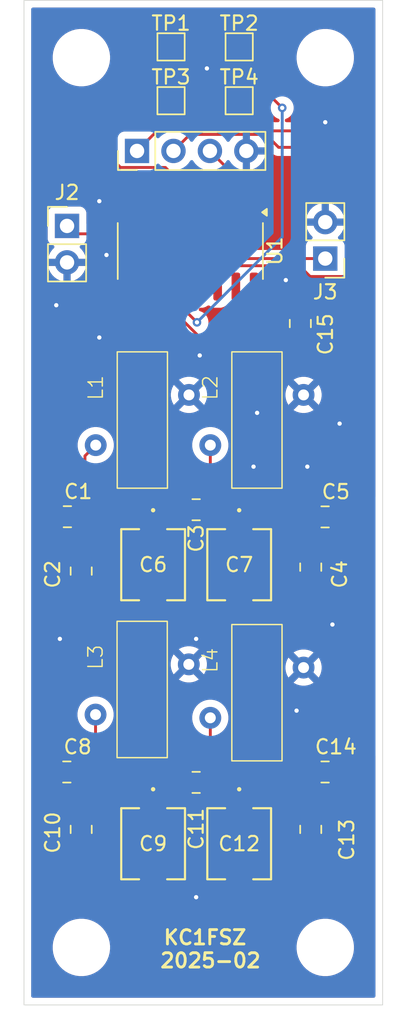
<source format=kicad_pcb>
(kicad_pcb (version 20241229) (generator "pcbnew") (generator_version "9.0")
  (layers (0 "F.Cu" signal) (2 "B.Cu" signal) (13 "F.Paste" user) (15 "B.Paste" user) (5 "F.SilkS" user "F.Silkscreen") (7 "B.SilkS" user "B.Silkscreen") (1 "F.Mask" user) (3 "B.Mask" user) (25 "Edge.Cuts" user))
  (net 0 "")
  (net 1 "BAND0_I")
  (net 2 "Net-(C1-Pad2)")
  (net 3 "GND")
  (net 4 "Net-(C3-Pad1)")
  (net 5 "BAND0_O")
  (net 6 "BAND1_I")
  (net 7 "Net-(C10-Pad2)")
  (net 8 "Net-(C11-Pad1)")
  (net 9 "BAND1_O")
  (net 10 "+5V")
  (net 11 "BPF_S0")
  (net 12 "BPF_S1")
  (net 13 "BPF_I")
  (net 14 "BPF_O")
  (net 15 "BAND2_I")
  (net 16 "BAND2_O")
  (footprint "bruce-footprints:C_0805_2012Metric_HandSolder" (layer "F.Cu") (at 182.9875 79 90)
    (property "Reference" "C4" (at -0.5 2.0125 90) (layer "F.SilkS"))
    (property "Value" "260p")
    (fp_line (start -0.261252 -0.735) (end 0.261252 -0.735) (stroke (width 0.12)) (layer "F.SilkS"))
    (fp_line (start -0.261252 0.735) (end 0.261252 0.735) (stroke (width 0.12)) (layer "F.SilkS"))
    (pad "1" smd roundrect (at -1.225 0.0125 90) (size 1.55 1.475) (layers "F.Cu" "F.Mask" "F.Paste") (roundrect_rratio 0.212766) (net 3 "GND"))
    (pad "2" smd roundrect (at 1.225 0.0125 90) (size 1.55 1.475) (layers "F.Cu" "F.Mask" "F.Paste") (roundrect_rratio 0.212766) (net 4 "Net-(C3-Pad1)"))
  )
  (footprint "Connector_PinHeader_2.54mm:PinHeader_1x04_P2.54mm_Vertical" (layer "F.Cu") (at 170.88 50 90)
    (property "Reference" "J1" (hide yes))
    (property "Value" "Conn_01x04")
    (fp_line (start -1.33 -1.33) (end 0 -1.33) (stroke (width 0.12)) (layer "F.SilkS"))
    (fp_line (start -1.33 0) (end -1.33 -1.33) (stroke (width 0.12)) (layer "F.SilkS"))
    (fp_line (start 1.33 1.27) (end 1.33 8.95) (stroke (width 0.12)) (layer "F.SilkS"))
    (fp_line (start -1.33 1.27) (end 1.33 1.27) (stroke (width 0.12)) (layer "F.SilkS"))
    (fp_line (start -1.33 1.27) (end -1.33 8.95) (stroke (width 0.12)) (layer "F.SilkS"))
    (fp_line (start -1.33 8.95) (end 1.33 8.95) (stroke (width 0.12)) (layer "F.SilkS"))
    (pad "1" thru_hole rect (at 0 0 90) (size 1.7 1.7) (drill 1) (layers "*.Cu" "*.Mask") (net 10 "+5V"))
    (pad "2" thru_hole oval (at 0 2.54 90) (size 1.7 1.7) (drill 1) (layers "*.Cu" "*.Mask") (net 11 "BPF_S0"))
    (pad "3" thru_hole oval (at 0 5.08 90) (size 1.7 1.7) (drill 1) (layers "*.Cu" "*.Mask") (net 12 "BPF_S1"))
    (pad "4" thru_hole oval (at 0 7.62 90) (size 1.7 1.7) (drill 1) (layers "*.Cu" "*.Mask") (net 3 "GND"))
  )
  (footprint "Connector_PinHeader_2.54mm:PinHeader_1x02_P2.54mm_Vertical" (layer "F.Cu") (at 184 57.5 180)
    (property "Reference" "J3" (at 0 -2.33 0) (layer "F.SilkS"))
    (property "Value" "Conn_01x02")
    (fp_line (start 1.33 1.27) (end 1.33 3.87) (stroke (width 0.12)) (layer "F.SilkS"))
    (fp_line (start -1.33 3.87) (end 1.33 3.87) (stroke (width 0.12)) (layer "F.SilkS"))
    (fp_line (start -1.33 1.27) (end 1.33 1.27) (stroke (width 0.12)) (layer "F.SilkS"))
    (fp_line (start -1.33 1.27) (end -1.33 3.87) (stroke (width 0.12)) (layer "F.SilkS"))
    (fp_line (start -1.33 0) (end -1.33 -1.33) (stroke (width 0.12)) (layer "F.SilkS"))
    (fp_line (start -1.33 -1.33) (end 0 -1.33) (stroke (width 0.12)) (layer "F.SilkS"))
    (pad "1" thru_hole rect (at 0 0 180) (size 1.7 1.7) (drill 1) (layers "*.Cu" "*.Mask") (net 14 "BPF_O"))
    (pad "2" thru_hole oval (at 0 2.54 180) (size 1.7 1.7) (drill 1) (layers "*.Cu" "*.Mask") (net 3 "GND"))
  )
  (footprint "TestPoint:TestPoint_Pad_1.5x1.5mm" (layer "F.Cu") (at 178 42.75)
    (property "Reference" "TP2" (at 0 -1.648 0) (layer "F.SilkS"))
    (property "Value" "TestPoint")
    (fp_line (start -0.95 -0.95) (end 0.95 -0.95) (stroke (width 0.12)) (layer "F.SilkS"))
    (fp_line (start -0.95 0.95) (end -0.95 -0.95) (stroke (width 0.12)) (layer "F.SilkS"))
    (fp_line (start 0.95 -0.95) (end 0.95 0.95) (stroke (width 0.12)) (layer "F.SilkS"))
    (fp_line (start 0.95 0.95) (end -0.95 0.95) (stroke (width 0.12)) (layer "F.SilkS"))
    (pad "1" smd rect (at 0 0) (size 1.5 1.5) (layers "F.Cu" "F.Mask") (net 16 "BAND2_O"))
  )
  (footprint "Connector_PinHeader_2.54mm:PinHeader_1x02_P2.54mm_Vertical" (layer "F.Cu") (at 166 55.225)
    (property "Reference" "J2" (at 0 -2.33 0) (layer "F.SilkS"))
    (property "Value" "Conn_01x02")
    (fp_line (start -1.33 -1.33) (end 0 -1.33) (stroke (width 0.12)) (layer "F.SilkS"))
    (fp_line (start -1.33 0) (end -1.33 -1.33) (stroke (width 0.12)) (layer "F.SilkS"))
    (fp_line (start -1.33 1.27) (end -1.33 3.87) (stroke (width 0.12)) (layer "F.SilkS"))
    (fp_line (start -1.33 1.27) (end 1.33 1.27) (stroke (width 0.12)) (layer "F.SilkS"))
    (fp_line (start -1.33 3.87) (end 1.33 3.87) (stroke (width 0.12)) (layer "F.SilkS"))
    (fp_line (start 1.33 1.27) (end 1.33 3.87) (stroke (width 0.12)) (layer "F.SilkS"))
    (pad "1" thru_hole rect (at 0 0) (size 1.7 1.7) (drill 1) (layers "*.Cu" "*.Mask") (net 13 "BPF_I"))
    (pad "2" thru_hole oval (at 0 2.54) (size 1.7 1.7) (drill 1) (layers "*.Cu" "*.Mask") (net 3 "GND"))
  )
  (footprint "TestPoint:TestPoint_Pad_1.5x1.5mm" (layer "F.Cu") (at 178 46.5)
    (property "Reference" "TP4" (at 0 -1.648 0) (layer "F.SilkS"))
    (property "Value" "TestPoint")
    (fp_line (start -0.95 -0.95) (end 0.95 -0.95) (stroke (width 0.12)) (layer "F.SilkS"))
    (fp_line (start -0.95 0.95) (end -0.95 -0.95) (stroke (width 0.12)) (layer "F.SilkS"))
    (fp_line (start 0.95 -0.95) (end 0.95 0.95) (stroke (width 0.12)) (layer "F.SilkS"))
    (fp_line (start 0.95 0.95) (end -0.95 0.95) (stroke (width 0.12)) (layer "F.SilkS"))
    (pad "1" smd rect (at 0 0) (size 1.5 1.5) (layers "F.Cu" "F.Mask") (net 3 "GND"))
  )
  (footprint "bruce-footprints:VCAP_GKG30086-05_SGM-L" (layer "F.Cu") (at 172 98.275 -90)
    (property "Reference" "C9" (at 0 0 0) (layer "F.SilkS"))
    (property "Value" "C_Variable")
    (fp_line (start -2.4765 2.2225) (end 2.4765 2.2225) (stroke (width 0.1524)) (layer "F.SilkS"))
    (fp_line (start 2.4765 2.2225) (end 2.4765 0.98044) (stroke (width 0.1524)) (layer "F.SilkS"))
    (fp_line (start -2.4765 0.98044) (end -2.4765 2.2225) (stroke (width 0.1524)) (layer "F.SilkS"))
    (fp_line (start 2.4765 -0.98044) (end 2.4765 -2.2225) (stroke (width 0.1524)) (layer "F.SilkS"))
    (fp_line (start -2.4765 -2.2225) (end -2.4765 -0.98044) (stroke (width 0.1524)) (layer "F.SilkS"))
    (fp_line (start 2.4765 -2.2225) (end -2.4765 -2.2225) (stroke (width 0.1524)) (layer "F.SilkS"))
    (fp_circle (center -3.7973 0) (end -3.7211 0) (stroke (width 0.1524)) (fill no) (layer "F.SilkS"))
    (pad "1" smd rect (at -2.3322 0 270) (size 2.1644 1.2954) (layers "F.Cu" "F.Mask" "F.Paste") (net 7 "Net-(C10-Pad2)"))
    (pad "2" smd rect (at 2.16475 0 270) (size 2.1705 1.2954) (layers "F.Cu" "F.Mask" "F.Paste") (net 3 "GND"))
    (zone (net 0) (net_name "") (layer "F.Cu") (connect_pads (clearance 0)) (min_thickness 0.254)
      (keepout (tracks not_allowed) (vias not_allowed) (pads allowed) (copperpour not_allowed) (footprints allowed))
      (fill (thermal_gap 0.508) (thermal_bridge_width 0.508))
      (polygon (pts (xy 174.0447 97.2463) (xy 174.0447 99.3037) (xy 169.9553 99.3037) (xy 169.9553 97.2463)))
    )
  )
  (footprint "bruce-footprints:C_0805_2012Metric_HandSolder" (layer "F.Cu") (at 182.9875 97.275 90)
    (property "Reference" "C13" (at -0.725 2.5125 90) (layer "F.SilkS"))
    (property "Value" "150p")
    (fp_line (start -0.261252 -0.735) (end 0.261252 -0.735) (stroke (width 0.12)) (layer "F.SilkS"))
    (fp_line (start -0.261252 0.735) (end 0.261252 0.735) (stroke (width 0.12)) (layer "F.SilkS"))
    (pad "1" smd roundrect (at -1.225 0.0125 90) (size 1.55 1.475) (layers "F.Cu" "F.Mask" "F.Paste") (roundrect_rratio 0.212766) (net 3 "GND"))
    (pad "2" smd roundrect (at 1.225 0.0125 90) (size 1.55 1.475) (layers "F.Cu" "F.Mask" "F.Paste") (roundrect_rratio 0.212766) (net 8 "Net-(C11-Pad1)"))
  )
  (footprint "TestPoint:TestPoint_Pad_1.5x1.5mm" (layer "F.Cu") (at 173.25 46.5)
    (property "Reference" "TP3" (at 0 -1.648 0) (layer "F.SilkS"))
    (property "Value" "TestPoint")
    (fp_line (start -0.95 -0.95) (end 0.95 -0.95) (stroke (width 0.12)) (layer "F.SilkS"))
    (fp_line (start -0.95 0.95) (end -0.95 -0.95) (stroke (width 0.12)) (layer "F.SilkS"))
    (fp_line (start 0.95 -0.95) (end 0.95 0.95) (stroke (width 0.12)) (layer "F.SilkS"))
    (fp_line (start 0.95 0.95) (end -0.95 0.95) (stroke (width 0.12)) (layer "F.SilkS"))
    (pad "1" smd rect (at 0 0) (size 1.5 1.5) (layers "F.Cu" "F.Mask") (net 3 "GND"))
  )
  (footprint "MountingHole:MountingHole_3.5mm" (layer "F.Cu") (at 167 43.5)
    (property "Reference" "H1" (hide yes))
    (property "Value" "MountingHole")
    (pad "" np_thru_hole circle (at 0 0) (size 3.5 3.5) (drill 3.5) (layers "*.Cu" "*.Mask"))
  )
  (footprint "bruce-footprints:C_0805_2012Metric_HandSolder" (layer "F.Cu") (at 166.9875 97.275 90)
    (property "Reference" "C10" (at -0.225 -1.9875 90) (layer "F.SilkS"))
    (property "Value" "150p")
    (fp_line (start -0.261252 -0.735) (end 0.261252 -0.735) (stroke (width 0.12)) (layer "F.SilkS"))
    (fp_line (start -0.261252 0.735) (end 0.261252 0.735) (stroke (width 0.12)) (layer "F.SilkS"))
    (pad "1" smd roundrect (at -1.225 0.0125 90) (size 1.55 1.475) (layers "F.Cu" "F.Mask" "F.Paste") (roundrect_rratio 0.212766) (net 3 "GND"))
    (pad "2" smd roundrect (at 1.225 0.0125 90) (size 1.55 1.475) (layers "F.Cu" "F.Mask" "F.Paste") (roundrect_rratio 0.212766) (net 7 "Net-(C10-Pad2)"))
  )
  (footprint "Package_SO:SOIC-16_3.9x9.9mm_P1.27mm" (layer "F.Cu") (at 174.595 56.975 -90)
    (property "Reference" "U1" (at 0 -5.9 90) (layer "F.SilkS"))
    (property "Value" "SN74CBT3253")
    (fp_line (start 0 5.06) (end -1.95 5.06) (stroke (width 0.12)) (layer "F.SilkS"))
    (fp_line (start 0 5.06) (end 1.95 5.06) (stroke (width 0.12)) (layer "F.SilkS"))
    (fp_line (start 0 -5.06) (end -1.95 -5.06) (stroke (width 0.12)) (layer "F.SilkS"))
    (fp_line (start 0 -5.06) (end 1.95 -5.06) (stroke (width 0.12)) (layer "F.SilkS"))
    (fp_poly (pts (xy -2.7 -5.005) (xy -2.94 -5.335) (xy -2.46 -5.335) (xy -2.7 -5.005)) (stroke (width 0.12)) (fill yes) (layer "F.SilkS"))
    (pad "1" smd roundrect (at -2.475 -4.445 270) (size 1.95 0.6) (layers "F.Cu" "F.Mask" "F.Paste") (net 3 "GND"))
    (pad "2" smd roundrect (at -2.475 -3.175 270) (size 1.95 0.6) (layers "F.Cu" "F.Mask" "F.Paste") (net 12 "BPF_S1"))
    (pad "3" smd roundrect (at -2.475 -1.905 270) (size 1.95 0.6) (layers "F.Cu" "F.Mask" "F.Paste"))
    (pad "4" smd roundrect (at -2.475 -0.635 270) (size 1.95 0.6) (layers "F.Cu" "F.Mask" "F.Paste") (net 15 "BAND2_I"))
    (pad "5" smd roundrect (at -2.475 0.635 270) (size 1.95 0.6) (layers "F.Cu" "F.Mask" "F.Paste") (net 6 "BAND1_I"))
    (pad "6" smd roundrect (at -2.475 1.905 270) (size 1.95 0.6) (layers "F.Cu" "F.Mask" "F.Paste") (net 1 "BAND0_I"))
    (pad "7" smd roundrect (at -2.475 3.175 270) (size 1.95 0.6) (layers "F.Cu" "F.Mask" "F.Paste") (net 13 "BPF_I"))
    (pad "8" smd roundrect (at -2.475 4.445 270) (size 1.95 0.6) (layers "F.Cu" "F.Mask" "F.Paste") (net 3 "GND"))
    (pad "9" smd roundrect (at 2.475 4.445 270) (size 1.95 0.6) (layers "F.Cu" "F.Mask" "F.Paste") (net 14 "BPF_O"))
    (pad "10" smd roundrect (at 2.475 3.175 270) (size 1.95 0.6) (layers "F.Cu" "F.Mask" "F.Paste") (net 5 "BAND0_O"))
    (pad "11" smd roundrect (at 2.475 1.905 270) (size 1.95 0.6) (layers "F.Cu" "F.Mask" "F.Paste") (net 9 "BAND1_O"))
    (pad "12" smd roundrect (at 2.475 0.635 270) (size 1.95 0.6) (layers "F.Cu" "F.Mask" "F.Paste") (net 16 "BAND2_O"))
    (pad "13" smd roundrect (at 2.475 -0.635 270) (size 1.95 0.6) (layers "F.Cu" "F.Mask" "F.Paste"))
    (pad "14" smd roundrect (at 2.475 -1.905 270) (size 1.95 0.6) (layers "F.Cu" "F.Mask" "F.Paste") (net 11 "BPF_S0"))
    (pad "15" smd roundrect (at 2.475 -3.175 270) (size 1.95 0.6) (layers "F.Cu" "F.Mask" "F.Paste") (net 3 "GND"))
    (pad "16" smd roundrect (at 2.475 -4.445 270) (size 1.95 0.6) (layers "F.Cu" "F.Mask" "F.Paste") (net 10 "+5V"))
  )
  (footprint "bruce-footprints:C_0805_2012Metric_HandSolder" (layer "F.Cu") (at 183.9875 75.5)
    (property "Reference" "C5" (at 0.75 -1.75 0) (layer "F.SilkS"))
    (property "Value" "77p")
    (fp_line (start -0.261252 -0.735) (end 0.261252 -0.735) (stroke (width 0.12)) (layer "F.SilkS"))
    (fp_line (start -0.261252 0.735) (end 0.261252 0.735) (stroke (width 0.12)) (layer "F.SilkS"))
    (pad "1" smd roundrect (at -1.225 0.0125) (size 1.55 1.475) (layers "F.Cu" "F.Mask" "F.Paste") (roundrect_rratio 0.212766) (net 4 "Net-(C3-Pad1)"))
    (pad "2" smd roundrect (at 1.225 0.0125) (size 1.55 1.475) (layers "F.Cu" "F.Mask" "F.Paste") (roundrect_rratio 0.212766) (net 5 "BAND0_O"))
  )
  (footprint "bruce-footprints:FT37-43 Unifilar" (layer "F.Cu") (at 170.9875 87.275 90)
    (property "Reference" "L3" (at 2 -3 90) (layer "F.SilkS") (effects (font (thickness 0.1))))
    (property "Value" "1.4u")
    (fp_rect (start -5 -1.5) (end 4.5 2) (stroke (width 0.1)) (fill no) (layer "F.SilkS"))
    (pad "1" thru_hole circle (at -2 -3 90) (size 1.524 1.524) (drill 0.762) (layers "*.Cu" "*.Mask") (net 7 "Net-(C10-Pad2)"))
    (pad "2" thru_hole circle (at 1.5 3.5 90) (size 1.524 1.524) (drill 0.762) (layers "*.Cu" "*.Mask") (net 3 "GND"))
  )
  (footprint "bruce-footprints:VCAP_GKG30086-05_SGM-L" (layer "F.Cu") (at 178 98.275 -90)
    (property "Reference" "C12" (at 0 0 0) (layer "F.SilkS"))
    (property "Value" "C_Variable")
    (fp_line (start -2.4765 2.2225) (end 2.4765 2.2225) (stroke (width 0.1524)) (layer "F.SilkS"))
    (fp_line (start 2.4765 2.2225) (end 2.4765 0.98044) (stroke (width 0.1524)) (layer "F.SilkS"))
    (fp_line (start -2.4765 0.98044) (end -2.4765 2.2225) (stroke (width 0.1524)) (layer "F.SilkS"))
    (fp_line (start 2.4765 -0.98044) (end 2.4765 -2.2225) (stroke (width 0.1524)) (layer "F.SilkS"))
    (fp_line (start -2.4765 -2.2225) (end -2.4765 -0.98044) (stroke (width 0.1524)) (layer "F.SilkS"))
    (fp_line (start 2.4765 -2.2225) (end -2.4765 -2.2225) (stroke (width 0.1524)) (layer "F.SilkS"))
    (fp_circle (center -3.7973 0) (end -3.7211 0) (stroke (width 0.1524)) (fill no) (layer "F.SilkS"))
    (pad "1" smd rect (at -2.3322 0 270) (size 2.1644 1.2954) (layers "F.Cu" "F.Mask" "F.Paste") (net 8 "Net-(C11-Pad1)"))
    (pad "2" smd rect (at 2.16475 0 270) (size 2.1705 1.2954) (layers "F.Cu" "F.Mask" "F.Paste") (net 3 "GND"))
    (zone (net 0) (net_name "") (layer "F.Cu") (connect_pads (clearance 0)) (min_thickness 0.254)
      (keepout (tracks not_allowed) (vias not_allowed) (pads allowed) (copperpour not_allowed) (footprints allowed))
      (fill (thermal_gap 0.508) (thermal_bridge_width 0.508))
      (polygon (pts (xy 180.0447 97.2463) (xy 180.0447 99.3037) (xy 175.9553 99.3037) (xy 175.9553 97.2463)))
    )
  )
  (footprint "bruce-footprints:VCAP_GKG30086-05_SGM-L" (layer "F.Cu") (at 178 78.8322 -90)
    (property "Reference" "C7" (at 0 0 0) (layer "F.SilkS"))
    (property "Value" "C_Variable")
    (fp_line (start -2.4765 2.2225) (end 2.4765 2.2225) (stroke (width 0.1524)) (layer "F.SilkS"))
    (fp_line (start 2.4765 2.2225) (end 2.4765 0.98044) (stroke (width 0.1524)) (layer "F.SilkS"))
    (fp_line (start -2.4765 0.98044) (end -2.4765 2.2225) (stroke (width 0.1524)) (layer "F.SilkS"))
    (fp_line (start 2.4765 -0.98044) (end 2.4765 -2.2225) (stroke (width 0.1524)) (layer "F.SilkS"))
    (fp_line (start -2.4765 -2.2225) (end -2.4765 -0.98044) (stroke (width 0.1524)) (layer "F.SilkS"))
    (fp_line (start 2.4765 -2.2225) (end -2.4765 -2.2225) (stroke (width 0.1524)) (layer "F.SilkS"))
    (fp_circle (center -3.7973 0) (end -3.7211 0) (stroke (width 0.1524)) (fill no) (layer "F.SilkS"))
    (pad "1" smd rect (at -2.3322 0 270) (size 2.1644 1.2954) (layers "F.Cu" "F.Mask" "F.Paste") (net 4 "Net-(C3-Pad1)"))
    (pad "2" smd rect (at 2.16475 0 270) (size 2.1705 1.2954) (layers "F.Cu" "F.Mask" "F.Paste") (net 3 "GND"))
    (zone (net 0) (net_name "") (layer "F.Cu") (connect_pads (clearance 0)) (min_thickness 0.254)
      (keepout (tracks not_allowed) (vias not_allowed) (pads allowed) (copperpour not_allowed) (footprints allowed))
      (fill (thermal_gap 0.508) (thermal_bridge_width 0.508))
      (polygon (pts (xy 180.0447 77.8035) (xy 180.0447 79.8609) (xy 175.9553 79.8609) (xy 175.9553 77.8035)))
    )
  )
  (footprint "bruce-footprints:FT37-43 Unifilar" (layer "F.Cu") (at 178.9875 68.5 90)
    (property "Reference" "L2" (at 2 -3 90) (layer "F.SilkS") (effects (font (thickness 0.1))))
    (property "Value" "1.4u")
    (fp_rect (start -5 -1.5) (end 4.5 2) (stroke (width 0.1)) (fill no) (layer "F.SilkS"))
    (pad "1" thru_hole circle (at -2 -3 90) (size 1.524 1.524) (drill 0.762) (layers "*.Cu" "*.Mask") (net 4 "Net-(C3-Pad1)"))
    (pad "2" thru_hole circle (at 1.5 3.5 90) (size 1.524 1.524) (drill 0.762) (layers "*.Cu" "*.Mask") (net 3 "GND"))
  )
  (footprint "bruce-footprints:C_0805_2012Metric_HandSolder" (layer "F.Cu") (at 175 75 180)
    (property "Reference" "C3" (at 0 -2 90) (layer "F.SilkS"))
    (property "Value" "18p")
    (fp_line (start -0.261252 0.735) (end 0.261252 0.735) (stroke (width 0.12)) (layer "F.SilkS"))
    (fp_line (start -0.261252 -0.735) (end 0.261252 -0.735) (stroke (width 0.12)) (layer "F.SilkS"))
    (pad "1" smd roundrect (at -1.225 0.0125 180) (size 1.55 1.475) (layers "F.Cu" "F.Mask" "F.Paste") (roundrect_rratio 0.212766) (net 4 "Net-(C3-Pad1)"))
    (pad "2" smd roundrect (at 1.225 0.0125 180) (size 1.55 1.475) (layers "F.Cu" "F.Mask" "F.Paste") (roundrect_rratio 0.212766) (net 2 "Net-(C1-Pad2)"))
  )
  (footprint "bruce-footprints:VCAP_GKG30086-05_SGM-L" (layer "F.Cu") (at 172 78.8322 -90)
    (property "Reference" "C6" (at 0 0 0) (layer "F.SilkS"))
    (property "Value" "C_Variable")
    (fp_line (start -2.4765 2.2225) (end 2.4765 2.2225) (stroke (width 0.1524)) (layer "F.SilkS"))
    (fp_line (start 2.4765 2.2225) (end 2.4765 0.98044) (stroke (width 0.1524)) (layer "F.SilkS"))
    (fp_line (start -2.4765 0.98044) (end -2.4765 2.2225) (stroke (width 0.1524)) (layer "F.SilkS"))
    (fp_line (start 2.4765 -0.98044) (end 2.4765 -2.2225) (stroke (width 0.1524)) (layer "F.SilkS"))
    (fp_line (start -2.4765 -2.2225) (end -2.4765 -0.98044) (stroke (width 0.1524)) (layer "F.SilkS"))
    (fp_line (start 2.4765 -2.2225) (end -2.4765 -2.2225) (stroke (width 0.1524)) (layer "F.SilkS"))
    (fp_circle (center -3.7973 0) (end -3.7211 0) (stroke (width 0.1524)) (fill no) (layer "F.SilkS"))
    (pad "1" smd rect (at -2.3322 0 270) (size 2.1644 1.2954) (layers "F.Cu" "F.Mask" "F.Paste") (net 2 "Net-(C1-Pad2)"))
    (pad "2" smd rect (at 2.16475 0 270) (size 2.1705 1.2954) (layers "F.Cu" "F.Mask" "F.Paste") (net 3 "GND"))
    (zone (net 0) (net_name "") (layer "F.Cu") (connect_pads (clearance 0)) (min_thickness 0.254)
      (keepout (tracks not_allowed) (vias not_allowed) (pads allowed) (copperpour not_allowed) (footprints allowed))
      (fill (thermal_gap 0.508) (thermal_bridge_width 0.508))
      (polygon (pts (xy 174.0447 77.8035) (xy 174.0447 79.8609) (xy 169.9553 79.8609) (xy 169.9553 77.8035)))
    )
  )
  (footprint "bruce-footprints:C_0805_2012Metric_HandSolder" (layer "F.Cu") (at 165.9875 93.275)
    (property "Reference" "C8" (at 0.75 -1.75 0) (layer "F.SilkS"))
    (property "Value" "26p")
    (fp_line (start -0.261252 -0.735) (end 0.261252 -0.735) (stroke (width 0.12)) (layer "F.SilkS"))
    (fp_line (start -0.261252 0.735) (end 0.261252 0.735) (stroke (width 0.12)) (layer "F.SilkS"))
    (pad "1" smd roundrect (at -1.225 0.0125) (size 1.55 1.475) (layers "F.Cu" "F.Mask" "F.Paste") (roundrect_rratio 0.212766) (net 6 "BAND1_I"))
    (pad "2" smd roundrect (at 1.225 0.0125) (size 1.55 1.475) (layers "F.Cu" "F.Mask" "F.Paste") (roundrect_rratio 0.212766) (net 7 "Net-(C10-Pad2)"))
  )
  (footprint "bruce-footprints:C_0805_2012Metric_HandSolder" (layer "F.Cu") (at 166.9875 79.275 90)
    (property "Reference" "C2" (at -0.225 -1.9875 90) (layer "F.SilkS"))
    (property "Value" "260p")
    (fp_line (start -0.261252 -0.735) (end 0.261252 -0.735) (stroke (width 0.12)) (layer "F.SilkS"))
    (fp_line (start -0.261252 0.735) (end 0.261252 0.735) (stroke (width 0.12)) (layer "F.SilkS"))
    (pad "1" smd roundrect (at -1.225 0.0125 90) (size 1.55 1.475) (layers "F.Cu" "F.Mask" "F.Paste") (roundrect_rratio 0.212766) (net 3 "GND"))
    (pad "2" smd roundrect (at 1.225 0.0125 90) (size 1.55 1.475) (layers "F.Cu" "F.Mask" "F.Paste") (roundrect_rratio 0.212766) (net 2 "Net-(C1-Pad2)"))
  )
  (footprint "bruce-footprints:C_0805_2012Metric_HandSolder" (layer "F.Cu") (at 166.025 75.4875)
    (property "Reference" "C1" (at 0.75 -1.75 0) (layer "F.SilkS"))
    (property "Value" "77p")
    (fp_line (start -0.261252 -0.735) (end 0.261252 -0.735) (stroke (width 0.12)) (layer "F.SilkS"))
    (fp_line (start -0.261252 0.735) (end 0.261252 0.735) (stroke (width 0.12)) (layer "F.SilkS"))
    (pad "1" smd roundrect (at -1.225 0.0125) (size 1.55 1.475) (layers "F.Cu" "F.Mask" "F.Paste") (roundrect_rratio 0.212766) (net 1 "BAND0_I"))
    (pad "2" smd roundrect (at 1.225 0.0125) (size 1.55 1.475) (layers "F.Cu" "F.Mask" "F.Paste") (roundrect_rratio 0.212766) (net 2 "Net-(C1-Pad2)"))
  )
  (footprint "bruce-footprints:C_0805_2012Metric_HandSolder" (layer "F.Cu") (at 182.2625 62.025 -90)
    (property "Reference" "C15" (at 0.75 -1.75 90) (layer "F.SilkS"))
    (property "Value" "0.1u")
    (fp_line (start -0.261252 0.735) (end 0.261252 0.735) (stroke (width 0.12)) (layer "F.SilkS"))
    (fp_line (start -0.261252 -0.735) (end 0.261252 -0.735) (stroke (width 0.12)) (layer "F.SilkS"))
    (pad "1" smd roundrect (at -1.225 0.0125 270) (size 1.55 1.475) (layers "F.Cu" "F.Mask" "F.Paste") (roundrect_rratio 0.212766) (net 10 "+5V"))
    (pad "2" smd roundrect (at 1.225 0.0125 270) (size 1.55 1.475) (layers "F.Cu" "F.Mask" "F.Paste") (roundrect_rratio 0.212766) (net 3 "GND"))
  )
  (footprint "TestPoint:TestPoint_Pad_1.5x1.5mm" (layer "F.Cu") (at 173.25 42.75)
    (property "Reference" "TP1" (at 0 -1.648 0) (layer "F.SilkS"))
    (property "Value" "TestPoint")
    (fp_line (start -0.95 -0.95) (end 0.95 -0.95) (stroke (width 0.12)) (layer "F.SilkS"))
    (fp_line (start -0.95 0.95) (end -0.95 -0.95) (stroke (width 0.12)) (layer "F.SilkS"))
    (fp_line (start 0.95 -0.95) (end 0.95 0.95) (stroke (width 0.12)) (layer "F.SilkS"))
    (fp_line (start 0.95 0.95) (end -0.95 0.95) (stroke (width 0.12)) (layer "F.SilkS"))
    (pad "1" smd rect (at 0 0) (size 1.5 1.5) (layers "F.Cu" "F.Mask") (net 15 "BAND2_I"))
  )
  (footprint "bruce-footprints:FT37-43 Unifilar" (layer "F.Cu") (at 171 68.5 90)
    (property "Reference" "L1" (at 2 -3 90) (layer "F.SilkS") (effects (font (thickness 0.1))))
    (property "Value" "1.4u")
    (fp_rect (start -5 -1.5) (end 4.5 2) (stroke (width 0.1)) (fill no) (layer "F.SilkS"))
    (pad "1" thru_hole circle (at -2 -3 90) (size 1.524 1.524) (drill 0.762) (layers "*.Cu" "*.Mask") (net 2 "Net-(C1-Pad2)"))
    (pad "2" thru_hole circle (at 1.5 3.5 90) (size 1.524 1.524) (drill 0.762) (layers "*.Cu" "*.Mask") (net 3 "GND"))
  )
  (footprint "bruce-footprints:C_0805_2012Metric_HandSolder" (layer "F.Cu") (at 183.9875 93.275)
    (property "Reference" "C14" (at 0.75 -1.75 0) (layer "F.SilkS"))
    (property "Value" "26p")
    (fp_line (start -0.261252 -0.735) (end 0.261252 -0.735) (stroke (width 0.12)) (layer "F.SilkS"))
    (fp_line (start -0.261252 0.735) (end 0.261252 0.735) (stroke (width 0.12)) (layer "F.SilkS"))
    (pad "1" smd roundrect (at -1.225 0.0125) (size 1.55 1.475) (layers "F.Cu" "F.Mask" "F.Paste") (roundrect_rratio 0.212766) (net 8 "Net-(C11-Pad1)"))
    (pad "2" smd roundrect (at 1.225 0.0125) (size 1.55 1.475) (layers "F.Cu" "F.Mask" "F.Paste") (roundrect_rratio 0.212766) (net 9 "BAND1_O"))
  )
  (footprint "MountingHole:MountingHole_3.5mm" (layer "F.Cu") (at 184 43.5)
    (property "Reference" "H2" (hide yes))
    (property "Value" "MountingHole")
    (pad "" np_thru_hole circle (at 0 0) (size 3.5 3.5) (drill 3.5) (layers "*.Cu" "*.Mask"))
  )
  (footprint "MountingHole:MountingHole_3.5mm" (layer "F.Cu") (at 167 105.5)
    (property "Reference" "H3" (hide yes))
    (property "Value" "MountingHole")
    (pad "" np_thru_hole circle (at 0 0) (size 3.5 3.5) (drill 3.5) (layers "*.Cu" "*.Mask"))
  )
  (footprint "bruce-footprints:C_0805_2012Metric_HandSolder" (layer "F.Cu") (at 175 94 180)
    (property "Reference" "C11" (at 0 -3.2463 90) (layer "F.SilkS"))
    (property "Value" "5p")
    (fp_line (start -0.261252 0.735) (end 0.261252 0.735) (stroke (width 0.12)) (layer "F.SilkS"))
    (fp_line (start -0.261252 -0.735) (end 0.261252 -0.735) (stroke (width 0.12)) (layer "F.SilkS"))
    (pad "1" smd roundrect (at -1.225 0.0125 180) (size 1.55 1.475) (layers "F.Cu" "F.Mask" "F.Paste") (roundrect_rratio 0.212766) (net 8 "Net-(C11-Pad1)"))
    (pad "2" smd roundrect (at 1.225 0.0125 180) (size 1.55 1.475) (layers "F.Cu" "F.Mask" "F.Paste") (roundrect_rratio 0.212766) (net 7 "Net-(C10-Pad2)"))
  )
  (footprint "bruce-footprints:FT37-43 Unifilar" (layer "F.Cu") (at 178.9875 87.5 90)
    (property "Reference" "L4" (at 2 -3 90) (layer "F.SilkS") (effects (font (thickness 0.1))))
    (property "Value" "1.4u")
    (fp_rect (start -5 -1.5) (end 4.5 2) (stroke (width 0.1)) (fill no) (layer "F.SilkS"))
    (pad "1" thru_hole circle (at -2 -3 90) (size 1.524 1.524) (drill 0.762) (layers "*.Cu" "*.Mask") (net 8 "Net-(C11-Pad1)"))
    (pad "2" thru_hole circle (at 1.5 3.5 90) (size 1.524 1.524) (drill 0.762) (layers "*.Cu" "*.Mask") (net 3 "GND"))
  )
  (footprint "MountingHole:MountingHole_3.5mm" (layer "F.Cu") (at 184 105.5)
    (property "Reference" "H4" (hide yes))
    (property "Value" "MountingHole")
    (pad "" np_thru_hole circle (at 0 0) (size 3.5 3.5) (drill 3.5) (layers "*.Cu" "*.Mask"))
  )
  (gr_rect (start 163 39.5075) (end 188 109.5075) (stroke (width 0.05)) (fill no) (layer "Edge.Cuts"))
  (gr_text "KC1FSZ \n2025-02" (at 176 107 0) (layer "F.SilkS") (effects (font (size 1 1) (thickness 0.2) (bold yes)) (justify bottom)))
  (segment (start 164.8 62.736968) (end 166.768484 60.768484) (width 0.2) (layer "F.Cu") (net 1))
  (segment (start 164.8 75.5) (end 164.8 62.736968) (width 0.2) (layer "F.Cu") (net 1))
  (segment (start 166.768484 60.768484) (end 172.69 54.846968) (width 0.2) (layer "F.Cu") (net 1))
  (segment (start 172.69 54.846968) (end 172.69 54.5) (width 0.2) (layer "F.Cu") (net 1))
  (segment (start 171 75.5) (end 172 76.5) (width 0.2) (layer "F.Cu") (net 2))
  (segment (start 167 76) (end 167 78.05) (width 0.2) (layer "F.Cu") (net 2))
  (segment (start 167.25 75.5) (end 171 75.5) (width 0.2) (layer "F.Cu") (net 2))
  (segment (start 172 76.5) (end 173.5125 74.9875) (width 0.2) (layer "F.Cu") (net 2))
  (segment (start 173.5125 74.9875) (end 173.775 74.9875) (width 0.2) (layer "F.Cu") (net 2))
  (segment (start 167.25 71.25) (end 168 70.5) (width 0.2) (layer "F.Cu") (net 2))
  (segment (start 167.25 75.75) (end 167 76) (width 0.2) (layer "F.Cu") (net 2))
  (segment (start 167.25 75.5) (end 167.25 71.25) (width 0.2) (layer "F.Cu") (net 2))
  (segment (start 167.25 75.5) (end 167.25 75.75) (width 0.2) (layer "F.Cu") (net 2))
  (segment (start 177.77 59.45) (end 177.77 61.27) (width 0.2) (layer "F.Cu") (net 3))
  (segment (start 177.77 61.27) (end 178 61.5) (width 0.2) (layer "F.Cu") (net 3))
  (via (at 182 89) (size 0.6) (drill 0.3) (layers "F.Cu" "B.Cu") (net 3))
  (via (at 168.25 53.5) (size 0.6) (drill 0.3) (layers "F.Cu" "B.Cu") (net 3))
  (via (at 175.25 64.25) (size 0.6) (drill 0.3) (layers "F.Cu" "B.Cu") (net 3))
  (via (at 168.75 57.25) (size 0.6) (drill 0.3) (layers "F.Cu" "B.Cu") (net 3))
  (via (at 165.5 84) (size 0.6) (drill 0.3) (layers "F.Cu" "B.Cu") (net 3))
  (via (at 175.75 44.25) (size 0.6) (drill 0.3) (layers "F.Cu" "B.Cu") (net 3))
  (via (at 184.5 83) (size 0.6) (drill 0.3) (layers "F.Cu" "B.Cu") (net 3))
  (via (at 182.75 72) (size 0.6) (drill 0.3) (layers "F.Cu" "B.Cu") (net 3))
  (via (at 179.25 68.25) (size 0.6) (drill 0.3) (layers "F.Cu" "B.Cu") (net 3))
  (via (at 179 72) (size 0.6) (drill 0.3) (layers "F.Cu" "B.Cu") (net 3))
  (via (at 181.25 59) (size 0.6) (drill 0.3) (layers "F.Cu" "B.Cu") (net 3))
  (via (at 168.25 63) (size 0.6) (drill 0.3) (layers "F.Cu" "B.Cu") (net 3))
  (via (at 175 102) (size 0.6) (drill 0.3) (layers "F.Cu" "B.Cu") (net 3))
  (via (at 184 48) (size 0.6) (drill 0.3) (layers "F.Cu" "B.Cu") (net 3))
  (via (at 165.25 60.75) (size 0.6) (drill 0.3) (layers "F.Cu" "B.Cu") (net 3))
  (via (at 175 84) (size 0.6) (drill 0.3) (layers "F.Cu" "B.Cu") (net 3))
  (via (at 185 69) (size 0.6) (drill 0.3) (layers "F.Cu" "B.Cu") (net 3))
  (segment (start 182.7625 75.5125) (end 182.7625 77.5375) (width 0.2) (layer "F.Cu") (net 4))
  (segment (start 176.225 74.9875) (end 177.7375 76.5) (width 0.2) (layer "F.Cu") (net 4))
  (segment (start 181.775 76.5) (end 182.7625 75.5125) (width 0.2) (layer "F.Cu") (net 4))
  (segment (start 175.9875 74.75) (end 176.225 74.9875) (width 0.2) (layer "F.Cu") (net 4))
  (segment (start 178 76.5) (end 181.775 76.5) (width 0.2) (layer "F.Cu") (net 4))
  (segment (start 182.7625 77.5375) (end 183 77.775) (width 0.2) (layer "F.Cu") (net 4))
  (segment (start 175.9875 70.5) (end 175.9875 74.75) (width 0.2) (layer "F.Cu") (net 4))
  (segment (start 177.7375 76.5) (end 178 76.5) (width 0.2) (layer "F.Cu") (net 4))
  (segment (start 171.42 61.72) (end 171.42 59.45) (width 0.2) (layer "F.Cu") (net 5))
  (segment (start 185.2125 75.5125) (end 171.42 61.72) (width 0.2) (layer "F.Cu") (net 5))
  (segment (start 173.96 54.5) (end 173.96 52.96) (width 0.2) (layer "F.Cu") (net 6))
  (segment (start 172.75 51.75) (end 165.075 51.75) (width 0.2) (layer "F.Cu") (net 6))
  (segment (start 163.601 92.126) (end 164.7625 93.2875) (width 0.2) (layer "F.Cu") (net 6))
  (segment (start 173.96 52.96) (end 172.75 51.75) (width 0.2) (layer "F.Cu") (net 6))
  (segment (start 163.601 53.224) (end 163.601 92.126) (width 0.2) (layer "F.Cu") (net 6))
  (segment (start 165.075 51.75) (end 163.601 53.224) (width 0.2) (layer "F.Cu") (net 6))
  (segment (start 167 96.05) (end 171.8928 96.05) (width 0.2) (layer "F.Cu") (net 7))
  (segment (start 172 95.9428) (end 172 95.7625) (width 0.2) (layer "F.Cu") (net 7))
  (segment (start 167.9875 92.5125) (end 167.2125 93.2875) (width 0.2) (layer "F.Cu") (net 7))
  (segment (start 167.9875 89.275) (end 167.9875 92.5125) (width 0.2) (layer "F.Cu") (net 7))
  (segment (start 171.8928 96.05) (end 172 95.9428) (width 0.2) (layer "F.Cu") (net 7))
  (segment (start 167 96.05) (end 167 93.5) (width 0.2) (layer "F.Cu") (net 7))
  (segment (start 172 95.7625) (end 173.775 93.9875) (width 0.2) (layer "F.Cu") (net 7))
  (segment (start 167 93.5) (end 167.2125 93.2875) (width 0.2) (layer "F.Cu") (net 7))
  (segment (start 182.7625 93.2875) (end 182.7625 95.8125) (width 0.2) (layer "F.Cu") (net 8))
  (segment (start 182.7625 95.8125) (end 183 96.05) (width 0.2) (layer "F.Cu") (net 8))
  (segment (start 182.8928 95.9428) (end 183 96.05) (width 0.2) (layer "F.Cu") (net 8))
  (segment (start 175.9875 93.75) (end 176.225 93.9875) (width 0.2) (layer "F.Cu") (net 8))
  (segment (start 178 95.9428) (end 182.8928 95.9428) (width 0.2) (layer "F.Cu") (net 8))
  (segment (start 176.225 94.1678) (end 178 95.9428) (width 0.2) (layer "F.Cu") (net 8))
  (segment (start 176.225 93.9875) (end 176.225 94.1678) (width 0.2) (layer "F.Cu") (net 8))
  (segment (start 175.9875 89.5) (end 175.9875 93.75) (width 0.2) (layer "F.Cu") (net 8))
  (segment (start 187 91.5) (end 185.2125 93.2875) (width 0.2) (layer "F.Cu") (net 9))
  (segment (start 172.69 60.424999) (end 186.8825 74.6175) (width 0.2) (layer "F.Cu") (net 9))
  (segment (start 187 74.734999) (end 187 91.5) (width 0.2) (layer "F.Cu") (net 9))
  (segment (start 172.69 59.45) (end 172.69 60.424999) (width 0.2) (layer "F.Cu") (net 9))
  (segment (start 186.8825 74.6175) (end 187 74.734999) (width 0.2) (layer "F.Cu") (net 9))
  (segment (start 186.401 49.5839) (end 185.4181 48.601) (width 0.2) (layer "F.Cu") (net 10))
  (segment (start 172.88 48) (end 170.88 50) (width 0.2) (layer "F.Cu") (net 10))
  (segment (start 184.5171 60.8) (end 186.401 58.9161) (width 0.2) (layer "F.Cu") (net 10))
  (segment (start 180.1681 48.601) (end 179.5671 48) (width 0.2) (layer "F.Cu") (net 10))
  (segment (start 182.25 60.8) (end 184.5171 60.8) (width 0.2) (layer "F.Cu") (net 10))
  (segment (start 179.04 59.45) (end 180.39 60.8) (width 0.2) (layer "F.Cu") (net 10))
  (segment (start 185.4181 48.601) (end 180.1681 48.601) (width 0.2) (layer "F.Cu") (net 10))
  (segment (start 180.39 60.8) (end 182.25 60.8) (width 0.2) (layer "F.Cu") (net 10))
  (segment (start 179.5671 48) (end 172.88 48) (width 0.2) (layer "F.Cu") (net 10))
  (segment (start 186.401 58.9161) (end 186.401 49.5839) (width 0.2) (layer "F.Cu") (net 10))
  (segment (start 174.571 48.849) (end 173.42 50) (width 0.2) (layer "F.Cu") (net 11))
  (segment (start 179.849 48.849) (end 174.571 48.849) (width 0.2) (layer "F.Cu") (net 11))
  (segment (start 182.948 58.75) (end 186 58.75) (width 0.2) (layer "F.Cu") (net 11))
  (segment (start 176.5 59.45) (end 176.5 58.475001) (width 0.2) (layer "F.Cu") (net 11))
  (segment (start 176.975001 58) (end 182.198 58) (width 0.2) (layer "F.Cu") (net 11))
  (segment (start 176.5 58.475001) (end 176.975001 58) (width 0.2) (layer "F.Cu") (net 11))
  (segment (start 186 58.75) (end 186 49.75) (width 0.2) (layer "F.Cu") (net 11))
  (segment (start 182.198 58) (end 182.948 58.75) (width 0.2) (layer "F.Cu") (net 11))
  (segment (start 186 49.75) (end 180.75 49.75) (width 0.2) (layer "F.Cu") (net 11))
  (segment (start 180.75 49.75) (end 179.849 48.849) (width 0.2) (layer "F.Cu") (net 11))
  (segment (start 177.77 51.81) (end 177.77 54.5) (width 0.2) (layer "F.Cu") (net 12))
  (segment (start 175.96 50) (end 177.77 51.81) (width 0.2) (layer "F.Cu") (net 12))
  (segment (start 166.551 55.776) (end 171.118999 55.776) (width 0.2) (layer "F.Cu") (net 13))
  (segment (start 171.42 55.474999) (end 171.42 54.5) (width 0.2) (layer "F.Cu") (net 13))
  (segment (start 166 55.225) (end 166.551 55.776) (width 0.2) (layer "F.Cu") (net 13))
  (segment (start 171.118999 55.776) (end 171.42 55.474999) (width 0.2) (layer "F.Cu") (net 13))
  (segment (start 170.15 58.475001) (end 170.15 59.45) (width 0.2) (layer "F.Cu") (net 14))
  (segment (start 184 57.5) (end 171.125001 57.5) (width 0.2) (layer "F.Cu") (net 14))
  (segment (start 171.125001 57.5) (end 170.15 58.475001) (width 0.2) (layer "F.Cu") (net 14))
  (segment (start 169 47) (end 173.25 42.75) (width 0.2) (layer "F.Cu") (net 15))
  (segment (start 169 50.422) (end 169 47) (width 0.2) (layer "F.Cu") (net 15))
  (segment (start 175.23 54.5) (end 175.23 53.525001) (width 0.2) (layer "F.Cu") (net 15))
  (segment (start 169.729 51.151) (end 169 50.422) (width 0.2) (layer "F.Cu") (net 15))
  (segment (start 172.855999 51.151) (end 169.729 51.151) (width 0.2) (layer "F.Cu") (net 15))
  (segment (start 175.23 53.525001) (end 172.855999 51.151) (width 0.2) (layer "F.Cu") (net 15))
  (segment (start 178 44) (end 178 42.75) (width 0.2) (layer "F.Cu") (net 16))
  (segment (start 181 47) (end 178 44) (width 0.2) (layer "F.Cu") (net 16))
  (segment (start 173.96 59.45) (end 173.96 60.84647) (width 0.2) (layer "F.Cu") (net 16))
  (segment (start 173.96 60.84647) (end 175.056765 61.943235) (width 0.2) (layer "F.Cu") (net 16))
  (via (at 181 47) (size 0.6) (drill 0.3) (layers "F.Cu" "B.Cu") (net 16))
  (via (at 175.056765 61.943235) (size 0.6) (drill 0.3) (layers "F.Cu" "B.Cu") (net 16))
  (segment (start 175.056765 61.943235) (end 181 56) (width 0.2) (layer "B.Cu") (net 16))
  (segment (start 181 56) (end 181 47) (width 0.2) (layer "B.Cu") (net 16))
  (zone (net 3) (net_name "GND") (layer "F.Cu") (connect_pads (clearance 0.5)) (min_thickness 0.25) (fill yes (thermal_gap 0.5) (thermal_bridge_width 0.5))
    (polygon (pts (xy 163 39.5075) (xy 163 109.5075) (xy 188 109.5075) (xy 188 39.5075)))
  )
  (zone (net 3) (net_name "GND") (layer "B.Cu") (priority 1) (connect_pads (clearance 0.5)) (min_thickness 0.25) (fill yes (thermal_gap 0.5) (thermal_bridge_width 0.5))
    (polygon (pts (xy 163 39.5075) (xy 163 109.5075) (xy 188 109.5075) (xy 188 39.5075)))
  )
)
</source>
